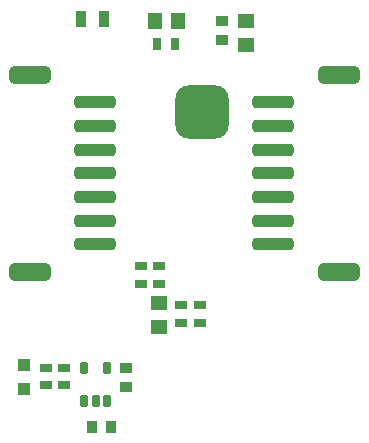
<source format=gbr>
G04*
G04 #@! TF.GenerationSoftware,Altium Limited,Altium Designer,22.4.2 (48)*
G04*
G04 Layer_Color=8421504*
%FSLAX44Y44*%
%MOMM*%
G71*
G04*
G04 #@! TF.SameCoordinates,805B4EF3-34EF-46CF-B3EC-FB7C4EB053B5*
G04*
G04*
G04 #@! TF.FilePolarity,Positive*
G04*
G01*
G75*
%ADD14R,1.0000X0.7500*%
%ADD15R,0.9500X1.4500*%
G04:AMPARAMS|DCode=16|XSize=1.5mm|YSize=3.5mm|CornerRadius=0.375mm|HoleSize=0mm|Usage=FLASHONLY|Rotation=270.000|XOffset=0mm|YOffset=0mm|HoleType=Round|Shape=RoundedRectangle|*
%AMROUNDEDRECTD16*
21,1,1.5000,2.7500,0,0,270.0*
21,1,0.7500,3.5000,0,0,270.0*
1,1,0.7500,-1.3750,-0.3750*
1,1,0.7500,-1.3750,0.3750*
1,1,0.7500,1.3750,0.3750*
1,1,0.7500,1.3750,-0.3750*
%
%ADD16ROUNDEDRECTD16*%
G04:AMPARAMS|DCode=17|XSize=1mm|YSize=3.5mm|CornerRadius=0.25mm|HoleSize=0mm|Usage=FLASHONLY|Rotation=270.000|XOffset=0mm|YOffset=0mm|HoleType=Round|Shape=RoundedRectangle|*
%AMROUNDEDRECTD17*
21,1,1.0000,3.0000,0,0,270.0*
21,1,0.5000,3.5000,0,0,270.0*
1,1,0.5000,-1.5000,-0.2500*
1,1,0.5000,-1.5000,0.2500*
1,1,0.5000,1.5000,0.2500*
1,1,0.5000,1.5000,-0.2500*
%
%ADD17ROUNDEDRECTD17*%
G04:AMPARAMS|DCode=18|XSize=4.5mm|YSize=4.5mm|CornerRadius=1.125mm|HoleSize=0mm|Usage=FLASHONLY|Rotation=0.000|XOffset=0mm|YOffset=0mm|HoleType=Round|Shape=RoundedRectangle|*
%AMROUNDEDRECTD18*
21,1,4.5000,2.2500,0,0,0.0*
21,1,2.2500,4.5000,0,0,0.0*
1,1,2.2500,1.1250,-1.1250*
1,1,2.2500,-1.1250,-1.1250*
1,1,2.2500,-1.1250,1.1250*
1,1,2.2500,1.1250,1.1250*
%
%ADD18ROUNDEDRECTD18*%
%ADD19R,1.4500X1.1500*%
G04:AMPARAMS|DCode=20|XSize=1.1mm|YSize=0.6mm|CornerRadius=0.15mm|HoleSize=0mm|Usage=FLASHONLY|Rotation=90.000|XOffset=0mm|YOffset=0mm|HoleType=Round|Shape=RoundedRectangle|*
%AMROUNDEDRECTD20*
21,1,1.1000,0.3000,0,0,90.0*
21,1,0.8000,0.6000,0,0,90.0*
1,1,0.3000,0.1500,0.4000*
1,1,0.3000,0.1500,-0.4000*
1,1,0.3000,-0.1500,-0.4000*
1,1,0.3000,-0.1500,0.4000*
%
%ADD20ROUNDEDRECTD20*%
%ADD21R,0.9500X1.0000*%
%ADD22R,1.0000X0.9500*%
%ADD23R,1.0400X1.0400*%
%ADD24R,0.7500X1.0000*%
%ADD25R,1.1500X1.4500*%
D14*
X113030Y176410D02*
D03*
Y161410D02*
D03*
X162940Y128390D02*
D03*
Y143390D02*
D03*
X146940D02*
D03*
Y128390D02*
D03*
X128270Y176410D02*
D03*
Y161410D02*
D03*
X33020Y75500D02*
D03*
Y90500D02*
D03*
X48260Y75500D02*
D03*
Y90500D02*
D03*
D15*
X82140Y386080D02*
D03*
X62640D02*
D03*
D16*
X19250Y338500D02*
D03*
Y171500D02*
D03*
X280750D02*
D03*
Y338500D02*
D03*
D17*
X74750Y315000D02*
D03*
Y195000D02*
D03*
Y295000D02*
D03*
Y215000D02*
D03*
Y235000D02*
D03*
Y255000D02*
D03*
Y275000D02*
D03*
X225250Y195000D02*
D03*
Y315000D02*
D03*
Y215000D02*
D03*
Y295000D02*
D03*
Y275000D02*
D03*
Y255000D02*
D03*
Y235000D02*
D03*
D18*
X165000Y306600D02*
D03*
D19*
X128489Y144982D02*
D03*
Y124982D02*
D03*
X201930Y363800D02*
D03*
Y383800D02*
D03*
D20*
X84430Y90200D02*
D03*
X65430D02*
D03*
X84430Y62200D02*
D03*
X74930D02*
D03*
X65430D02*
D03*
D21*
X72010Y40640D02*
D03*
X88010D02*
D03*
D22*
X100330Y74200D02*
D03*
Y90200D02*
D03*
X181610Y383920D02*
D03*
Y367920D02*
D03*
D23*
X13970Y93050D02*
D03*
Y72050D02*
D03*
D24*
X127240Y364490D02*
D03*
X142240D02*
D03*
D25*
X144740Y383800D02*
D03*
X124740D02*
D03*
M02*

</source>
